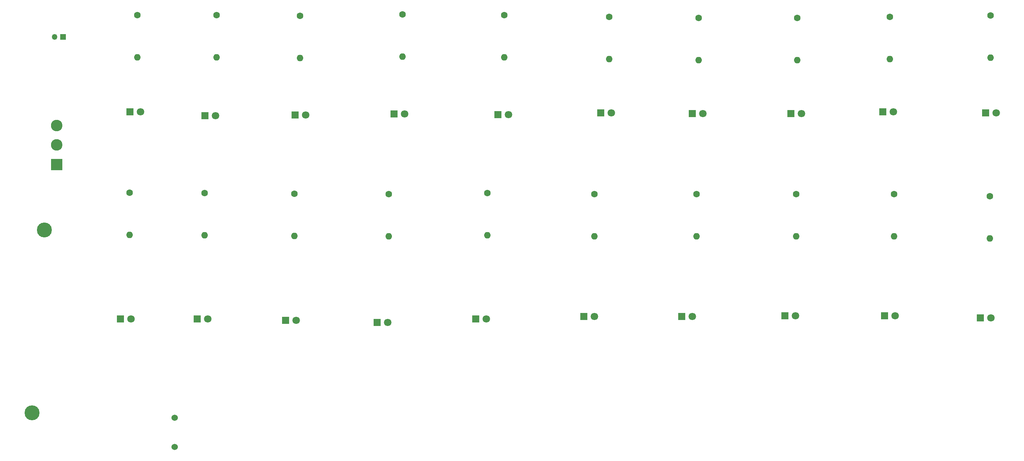
<source format=gbl>
G04 #@! TF.GenerationSoftware,KiCad,Pcbnew,8.0.1-rc1*
G04 #@! TF.CreationDate,2024-09-01T13:52:46-05:00*
G04 #@! TF.ProjectId,PauseSwitch,50617573-6553-4776-9974-63682e6b6963,rev?*
G04 #@! TF.SameCoordinates,Original*
G04 #@! TF.FileFunction,Copper,L2,Bot*
G04 #@! TF.FilePolarity,Positive*
%FSLAX46Y46*%
G04 Gerber Fmt 4.6, Leading zero omitted, Abs format (unit mm)*
G04 Created by KiCad (PCBNEW 8.0.1-rc1) date 2024-09-01 13:52:46*
%MOMM*%
%LPD*%
G01*
G04 APERTURE LIST*
G04 #@! TA.AperFunction,ComponentPad*
%ADD10C,1.600000*%
G04 #@! TD*
G04 #@! TA.AperFunction,ComponentPad*
%ADD11O,1.600000X1.600000*%
G04 #@! TD*
G04 #@! TA.AperFunction,ComponentPad*
%ADD12C,1.524000*%
G04 #@! TD*
G04 #@! TA.AperFunction,ComponentPad*
%ADD13R,1.800000X1.800000*%
G04 #@! TD*
G04 #@! TA.AperFunction,ComponentPad*
%ADD14C,1.800000*%
G04 #@! TD*
G04 #@! TA.AperFunction,ComponentPad*
%ADD15R,2.775000X2.775000*%
G04 #@! TD*
G04 #@! TA.AperFunction,ComponentPad*
%ADD16C,2.775000*%
G04 #@! TD*
G04 #@! TA.AperFunction,ComponentPad*
%ADD17C,3.600000*%
G04 #@! TD*
G04 #@! TA.AperFunction,ComponentPad*
%ADD18R,1.350000X1.350000*%
G04 #@! TD*
G04 #@! TA.AperFunction,ComponentPad*
%ADD19O,1.350000X1.350000*%
G04 #@! TD*
G04 APERTURE END LIST*
D10*
X135500000Y-78080000D03*
D11*
X135500000Y-88240000D03*
D12*
X60313500Y-139200000D03*
X60313500Y-132200000D03*
D10*
X233290000Y-78325000D03*
D11*
X233290000Y-88485000D03*
D10*
X256330000Y-78825000D03*
D11*
X256330000Y-88985000D03*
D13*
X67580000Y-59420000D03*
D14*
X70120000Y-59420000D03*
D10*
X51330000Y-35245000D03*
D11*
X51330000Y-45405000D03*
D10*
X90500000Y-35420000D03*
D11*
X90500000Y-45580000D03*
D10*
X67500000Y-78080000D03*
D11*
X67500000Y-88240000D03*
D10*
X111790000Y-78325000D03*
D11*
X111790000Y-88485000D03*
D15*
X32000000Y-71200000D03*
D16*
X32000000Y-66500000D03*
X32000000Y-61800000D03*
D10*
X115080000Y-35070000D03*
D11*
X115080000Y-45230000D03*
D10*
X210000000Y-35920000D03*
D11*
X210000000Y-46080000D03*
D13*
X109040000Y-109230000D03*
D14*
X111580000Y-109230000D03*
D13*
X132750000Y-108405000D03*
D14*
X135290000Y-108405000D03*
D10*
X70370000Y-35245000D03*
D11*
X70370000Y-45405000D03*
D10*
X89080000Y-78230000D03*
D11*
X89080000Y-88390000D03*
D10*
X161290000Y-78325000D03*
D11*
X161290000Y-88485000D03*
D13*
X158750000Y-107825000D03*
D14*
X161290000Y-107825000D03*
D13*
X255290000Y-58745000D03*
D14*
X257830000Y-58745000D03*
D17*
X29000000Y-87000000D03*
D13*
X254080000Y-108150000D03*
D14*
X256620000Y-108150000D03*
D13*
X49580000Y-58570000D03*
D14*
X52120000Y-58570000D03*
D13*
X162790000Y-58745000D03*
D14*
X165330000Y-58745000D03*
D10*
X164790000Y-35665000D03*
D11*
X164790000Y-45825000D03*
D13*
X184790000Y-58920000D03*
D14*
X187330000Y-58920000D03*
D13*
X207040000Y-107650000D03*
D14*
X209580000Y-107650000D03*
D13*
X89250000Y-59325000D03*
D14*
X91790000Y-59325000D03*
D13*
X113080000Y-59070000D03*
D14*
X115620000Y-59070000D03*
D13*
X65750000Y-108405000D03*
D14*
X68290000Y-108405000D03*
D13*
X230580000Y-58570000D03*
D14*
X233120000Y-58570000D03*
D10*
X139580000Y-35245000D03*
D11*
X139580000Y-45405000D03*
D13*
X231040000Y-107650000D03*
D14*
X233580000Y-107650000D03*
D10*
X232330000Y-35665000D03*
D11*
X232330000Y-45825000D03*
D10*
X49500000Y-78000000D03*
D11*
X49500000Y-88160000D03*
D10*
X209790000Y-78325000D03*
D11*
X209790000Y-88485000D03*
D18*
X33500000Y-40500000D03*
D19*
X31500000Y-40500000D03*
D13*
X182250000Y-107825000D03*
D14*
X184790000Y-107825000D03*
D13*
X87040000Y-108730000D03*
D14*
X89580000Y-108730000D03*
D13*
X138080000Y-59245000D03*
D14*
X140620000Y-59245000D03*
D13*
X208500000Y-58920000D03*
D14*
X211040000Y-58920000D03*
D10*
X185790000Y-78325000D03*
D11*
X185790000Y-88485000D03*
D13*
X47250000Y-108405000D03*
D14*
X49790000Y-108405000D03*
D10*
X186290000Y-35920000D03*
D11*
X186290000Y-46080000D03*
D10*
X256540000Y-35340000D03*
D11*
X256540000Y-45500000D03*
D17*
X26000000Y-131000000D03*
M02*

</source>
